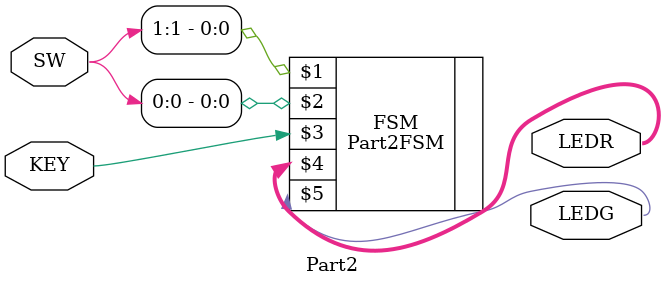
<source format=v>

module Part2(SW, KEY, LEDR, LEDG);
	input [1:0]SW;
	input [0:0]KEY;
	output [3:0]LEDR;
	output [0:0]LEDG;
	
	Part2FSM FSM(SW[1], SW[0], KEY[0], LEDR[3:0], LEDG[0]);
	
endmodule
</source>
